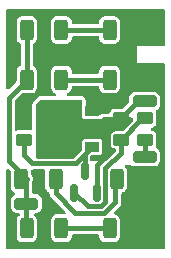
<source format=gbr>
G04 #@! TF.GenerationSoftware,KiCad,Pcbnew,(6.0.5)*
G04 #@! TF.CreationDate,2022-07-12T22:45:23+02:00*
G04 #@! TF.ProjectId,resistor_network,72657369-7374-46f7-925f-6e6574776f72,rev?*
G04 #@! TF.SameCoordinates,Original*
G04 #@! TF.FileFunction,Copper,L1,Top*
G04 #@! TF.FilePolarity,Positive*
%FSLAX46Y46*%
G04 Gerber Fmt 4.6, Leading zero omitted, Abs format (unit mm)*
G04 Created by KiCad (PCBNEW (6.0.5)) date 2022-07-12 22:45:23*
%MOMM*%
%LPD*%
G01*
G04 APERTURE LIST*
G04 Aperture macros list*
%AMRoundRect*
0 Rectangle with rounded corners*
0 $1 Rounding radius*
0 $2 $3 $4 $5 $6 $7 $8 $9 X,Y pos of 4 corners*
0 Add a 4 corners polygon primitive as box body*
4,1,4,$2,$3,$4,$5,$6,$7,$8,$9,$2,$3,0*
0 Add four circle primitives for the rounded corners*
1,1,$1+$1,$2,$3*
1,1,$1+$1,$4,$5*
1,1,$1+$1,$6,$7*
1,1,$1+$1,$8,$9*
0 Add four rect primitives between the rounded corners*
20,1,$1+$1,$2,$3,$4,$5,0*
20,1,$1+$1,$4,$5,$6,$7,0*
20,1,$1+$1,$6,$7,$8,$9,0*
20,1,$1+$1,$8,$9,$2,$3,0*%
%AMFreePoly0*
4,1,9,3.862500,-0.866500,0.737500,-0.866500,0.737500,-0.450000,-0.737500,-0.450000,-0.737500,0.450000,0.737500,0.450000,0.737500,0.866500,3.862500,0.866500,3.862500,-0.866500,3.862500,-0.866500,$1*%
G04 Aperture macros list end*
G04 #@! TA.AperFunction,SMDPad,CuDef*
%ADD10RoundRect,0.250000X-0.312500X-0.625000X0.312500X-0.625000X0.312500X0.625000X-0.312500X0.625000X0*%
G04 #@! TD*
G04 #@! TA.AperFunction,SMDPad,CuDef*
%ADD11RoundRect,0.250000X0.450000X-0.262500X0.450000X0.262500X-0.450000X0.262500X-0.450000X-0.262500X0*%
G04 #@! TD*
G04 #@! TA.AperFunction,SMDPad,CuDef*
%ADD12RoundRect,0.250000X0.750000X-0.250000X0.750000X0.250000X-0.750000X0.250000X-0.750000X-0.250000X0*%
G04 #@! TD*
G04 #@! TA.AperFunction,SMDPad,CuDef*
%ADD13RoundRect,0.150000X0.150000X-0.587500X0.150000X0.587500X-0.150000X0.587500X-0.150000X-0.587500X0*%
G04 #@! TD*
G04 #@! TA.AperFunction,SMDPad,CuDef*
%ADD14RoundRect,0.250000X-0.450000X0.262500X-0.450000X-0.262500X0.450000X-0.262500X0.450000X0.262500X0*%
G04 #@! TD*
G04 #@! TA.AperFunction,SMDPad,CuDef*
%ADD15R,1.300000X0.900000*%
G04 #@! TD*
G04 #@! TA.AperFunction,SMDPad,CuDef*
%ADD16FreePoly0,180.000000*%
G04 #@! TD*
G04 #@! TA.AperFunction,Conductor*
%ADD17C,0.400000*%
G04 #@! TD*
G04 APERTURE END LIST*
D10*
G04 #@! TO.P,R5,1*
G04 #@! TO.N,Net-(J3-Pad1)*
X137037500Y-91300000D03*
G04 #@! TO.P,R5,2*
G04 #@! TO.N,Net-(R5-Pad2)*
X139962500Y-91300000D03*
G04 #@! TD*
G04 #@! TO.P,R2,1*
G04 #@! TO.N,Net-(J3-Pad1)*
X137037500Y-87100000D03*
G04 #@! TO.P,R2,2*
G04 #@! TO.N,Net-(R2-Pad2)*
X139962500Y-87100000D03*
G04 #@! TD*
D11*
G04 #@! TO.P,R1,1*
G04 #@! TO.N,Net-(J1-Pad1)*
X147000000Y-96412500D03*
G04 #@! TO.P,R1,2*
G04 #@! TO.N,Net-(Q1-Pad1)*
X147000000Y-94587500D03*
G04 #@! TD*
D10*
G04 #@! TO.P,R10,1*
G04 #@! TO.N,Net-(R10-Pad1)*
X144037500Y-103900000D03*
G04 #@! TO.P,R10,2*
G04 #@! TO.N,Net-(Q2-Pad3)*
X146962500Y-103900000D03*
G04 #@! TD*
G04 #@! TO.P,R6,1*
G04 #@! TO.N,Net-(R5-Pad2)*
X144037500Y-91300000D03*
G04 #@! TO.P,R6,2*
G04 #@! TO.N,Net-(Q2-Pad3)*
X146962500Y-91300000D03*
G04 #@! TD*
G04 #@! TO.P,R9,1*
G04 #@! TO.N,Net-(J3-Pad1)*
X137037500Y-103900000D03*
G04 #@! TO.P,R9,2*
G04 #@! TO.N,Net-(R10-Pad1)*
X139962500Y-103900000D03*
G04 #@! TD*
D12*
G04 #@! TO.P,J3,1,Pin_1*
G04 #@! TO.N,Net-(J3-Pad1)*
X137000000Y-101800000D03*
G04 #@! TD*
G04 #@! TO.P,J2,1,Pin_1*
G04 #@! TO.N,Net-(J2-Pad1)*
X147000000Y-93150000D03*
G04 #@! TD*
D13*
G04 #@! TO.P,Q1,1,B*
G04 #@! TO.N,Net-(Q1-Pad1)*
X141050000Y-100887500D03*
G04 #@! TO.P,Q1,2,E*
G04 #@! TO.N,Net-(J2-Pad1)*
X142950000Y-100887500D03*
G04 #@! TO.P,Q1,3,C*
G04 #@! TO.N,Net-(Q1-Pad3)*
X142000000Y-99012500D03*
G04 #@! TD*
D10*
G04 #@! TO.P,R8,1*
G04 #@! TO.N,Net-(R7-Pad2)*
X144637500Y-99700000D03*
G04 #@! TO.P,R8,2*
G04 #@! TO.N,Net-(Q2-Pad3)*
X147562500Y-99700000D03*
G04 #@! TD*
G04 #@! TO.P,R7,1*
G04 #@! TO.N,Net-(J3-Pad1)*
X136537500Y-99700000D03*
G04 #@! TO.P,R7,2*
G04 #@! TO.N,Net-(R7-Pad2)*
X139462500Y-99700000D03*
G04 #@! TD*
G04 #@! TO.P,R3,1*
G04 #@! TO.N,Net-(R2-Pad2)*
X144037500Y-87100000D03*
G04 #@! TO.P,R3,2*
G04 #@! TO.N,Net-(Q2-Pad3)*
X146962500Y-87100000D03*
G04 #@! TD*
D14*
G04 #@! TO.P,R4,1*
G04 #@! TO.N,Net-(Q2-Pad3)*
X136800000Y-94587500D03*
G04 #@! TO.P,R4,2*
G04 #@! TO.N,Net-(Q1-Pad3)*
X136800000Y-96412500D03*
G04 #@! TD*
D15*
G04 #@! TO.P,Q2,1,B*
G04 #@! TO.N,Net-(Q1-Pad3)*
X142587500Y-97000000D03*
D16*
G04 #@! TO.P,Q2,2,C*
G04 #@! TO.N,Net-(J2-Pad1)*
X142500000Y-95500000D03*
D15*
G04 #@! TO.P,Q2,3,E*
G04 #@! TO.N,Net-(Q2-Pad3)*
X142587500Y-94000000D03*
G04 #@! TD*
D11*
G04 #@! TO.P,TH1,1*
G04 #@! TO.N,Net-(Q1-Pad1)*
X145000000Y-96412500D03*
G04 #@! TO.P,TH1,2*
G04 #@! TO.N,Net-(J2-Pad1)*
X145000000Y-94587500D03*
G04 #@! TD*
D12*
G04 #@! TO.P,J1,1,Pin_1*
G04 #@! TO.N,Net-(J1-Pad1)*
X147000000Y-97850000D03*
G04 #@! TD*
D17*
G04 #@! TO.N,Net-(J1-Pad1)*
X147000000Y-96412500D02*
X147000000Y-97850000D01*
G04 #@! TO.N,Net-(J2-Pad1)*
X146437500Y-93150000D02*
X147000000Y-93150000D01*
X142950000Y-98536522D02*
X143900480Y-97586042D01*
X144087500Y-95500000D02*
X145000000Y-94587500D01*
X145000000Y-94587500D02*
X146437500Y-93150000D01*
X143900480Y-97586042D02*
X143900480Y-95687020D01*
X142950000Y-100937500D02*
X142950000Y-98536522D01*
X142500000Y-95500000D02*
X144087500Y-95500000D01*
X143900480Y-95687020D02*
X145000000Y-94587500D01*
G04 #@! TO.N,Net-(Q1-Pad1)*
X142187020Y-102024520D02*
X141050000Y-100887500D01*
X147000000Y-94587500D02*
X146825000Y-94587500D01*
X145000000Y-96412500D02*
X145000000Y-97481441D01*
X145000000Y-97481441D02*
X143649520Y-98831921D01*
X143649520Y-101702618D02*
X143327618Y-102024520D01*
X143649520Y-98831921D02*
X143649520Y-101702618D01*
X146825000Y-94587500D02*
X145000000Y-96412500D01*
X143327618Y-102024520D02*
X142187020Y-102024520D01*
G04 #@! TO.N,Net-(Q1-Pad3)*
X136800000Y-97700000D02*
X136800000Y-96412500D01*
X142000000Y-97587500D02*
X142587500Y-97000000D01*
X137500000Y-98400000D02*
X136800000Y-97700000D01*
X142000000Y-99062500D02*
X142000000Y-97587500D01*
X141187500Y-98400000D02*
X137500000Y-98400000D01*
X142587500Y-97000000D02*
X141187500Y-98400000D01*
G04 #@! TO.N,Net-(J3-Pad1)*
X137037500Y-87100000D02*
X137037500Y-91300000D01*
X135500000Y-98162500D02*
X137037500Y-99700000D01*
X137037500Y-91300000D02*
X135500000Y-92837500D01*
X135500000Y-92837500D02*
X135500000Y-98162500D01*
X137000000Y-101800000D02*
X137000000Y-103862500D01*
X137037500Y-99700000D02*
X137000000Y-99737500D01*
X137000000Y-103862500D02*
X137037500Y-103900000D01*
X137000000Y-99737500D02*
X137000000Y-101800000D01*
G04 #@! TO.N,Net-(R10-Pad1)*
X139962500Y-103900000D02*
X144037500Y-103900000D01*
G04 #@! TO.N,Net-(R2-Pad2)*
X139962500Y-87100000D02*
X144037500Y-87100000D01*
G04 #@! TO.N,Net-(R5-Pad2)*
X139962500Y-91300000D02*
X144037500Y-91300000D01*
G04 #@! TO.N,Net-(R7-Pad2)*
X144537500Y-101662488D02*
X144537500Y-99700000D01*
X143575948Y-102624040D02*
X144537500Y-101662488D01*
X139462500Y-99700000D02*
X139462500Y-100938034D01*
X139462500Y-100938034D02*
X141148506Y-102624040D01*
X141148506Y-102624040D02*
X143575948Y-102624040D01*
G04 #@! TD*
G04 #@! TA.AperFunction,Conductor*
G04 #@! TO.N,Net-(J2-Pad1)*
G36*
X141642121Y-93020002D02*
G01*
X141688614Y-93073658D01*
X141700000Y-93126000D01*
X141700000Y-94500000D01*
X141707794Y-94500000D01*
X141729495Y-94518804D01*
X141745123Y-94527337D01*
X141760795Y-94546433D01*
X141786055Y-94584237D01*
X141786057Y-94584239D01*
X141792948Y-94594552D01*
X141859269Y-94638867D01*
X141871438Y-94641288D01*
X141871439Y-94641288D01*
X141911684Y-94649293D01*
X141917752Y-94650500D01*
X143257248Y-94650500D01*
X143263316Y-94649293D01*
X143303561Y-94641288D01*
X143303562Y-94641288D01*
X143315731Y-94638867D01*
X143382052Y-94594552D01*
X143407814Y-94555997D01*
X143462292Y-94510470D01*
X143512579Y-94500000D01*
X145874000Y-94500000D01*
X145942121Y-94520002D01*
X145988614Y-94573658D01*
X146000000Y-94626000D01*
X146000000Y-94793917D01*
X145979998Y-94862038D01*
X145963095Y-94883012D01*
X145183512Y-95662595D01*
X145121200Y-95696621D01*
X145094417Y-95699500D01*
X144496166Y-95699500D01*
X144478248Y-95701194D01*
X144472278Y-95701758D01*
X144472277Y-95701758D01*
X144464631Y-95702481D01*
X144336816Y-95747366D01*
X144329246Y-95752958D01*
X144329243Y-95752959D01*
X144244794Y-95815335D01*
X144227850Y-95827850D01*
X144222258Y-95835421D01*
X144152959Y-95929243D01*
X144152958Y-95929246D01*
X144147366Y-95936816D01*
X144102481Y-96064631D01*
X144099500Y-96096166D01*
X144099500Y-96728834D01*
X144102481Y-96760369D01*
X144147366Y-96888184D01*
X144152958Y-96895754D01*
X144152959Y-96895757D01*
X144195666Y-96953577D01*
X144227850Y-96997150D01*
X144235421Y-97002742D01*
X144329243Y-97072041D01*
X144329246Y-97072042D01*
X144336816Y-97077634D01*
X144464631Y-97122519D01*
X144472277Y-97123242D01*
X144472278Y-97123242D01*
X144478768Y-97123855D01*
X144485356Y-97124478D01*
X144551292Y-97150801D01*
X144592530Y-97208594D01*
X144599500Y-97249919D01*
X144599500Y-97263358D01*
X144579498Y-97331479D01*
X144562595Y-97352454D01*
X143751952Y-98163096D01*
X143689640Y-98197121D01*
X143662857Y-98200000D01*
X142526500Y-98200000D01*
X142458379Y-98179998D01*
X142411886Y-98126342D01*
X142400500Y-98074000D01*
X142400500Y-97805583D01*
X142420502Y-97737462D01*
X142437405Y-97716488D01*
X142466488Y-97687405D01*
X142528800Y-97653379D01*
X142555583Y-97650500D01*
X143257248Y-97650500D01*
X143263316Y-97649293D01*
X143303561Y-97641288D01*
X143303562Y-97641288D01*
X143315731Y-97638867D01*
X143382052Y-97594552D01*
X143426367Y-97528231D01*
X143438000Y-97469748D01*
X143438000Y-96530252D01*
X143426367Y-96471769D01*
X143382052Y-96405448D01*
X143315731Y-96361133D01*
X143303562Y-96358712D01*
X143303561Y-96358712D01*
X143263316Y-96350707D01*
X143257248Y-96349500D01*
X141917752Y-96349500D01*
X141911684Y-96350707D01*
X141871439Y-96358712D01*
X141871438Y-96358712D01*
X141859269Y-96361133D01*
X141792948Y-96405448D01*
X141748633Y-96471769D01*
X141737000Y-96530252D01*
X141737000Y-97231917D01*
X141716998Y-97300038D01*
X141700095Y-97321012D01*
X141058512Y-97962595D01*
X140996200Y-97996621D01*
X140969417Y-97999500D01*
X137926000Y-97999500D01*
X137857879Y-97979498D01*
X137811386Y-97925842D01*
X137800000Y-97873500D01*
X137800000Y-93452190D01*
X137820002Y-93384069D01*
X137836905Y-93363095D01*
X138163095Y-93036905D01*
X138225407Y-93002879D01*
X138252190Y-93000000D01*
X141574000Y-93000000D01*
X141642121Y-93020002D01*
G37*
G04 #@! TD.AperFunction*
G04 #@! TD*
G04 #@! TA.AperFunction,Conductor*
G04 #@! TO.N,Net-(Q2-Pad3)*
G36*
X148633621Y-85328502D02*
G01*
X148680114Y-85382158D01*
X148691500Y-85434500D01*
X148691500Y-88374000D01*
X148671498Y-88442121D01*
X148617842Y-88488614D01*
X148565500Y-88500000D01*
X146400000Y-88500000D01*
X146400000Y-89900000D01*
X148565500Y-89900000D01*
X148633621Y-89920002D01*
X148680114Y-89973658D01*
X148691500Y-90026000D01*
X148691500Y-105565500D01*
X148671498Y-105633621D01*
X148617842Y-105680114D01*
X148565500Y-105691500D01*
X135434500Y-105691500D01*
X135366379Y-105671498D01*
X135319886Y-105617842D01*
X135308500Y-105565500D01*
X135308500Y-98994317D01*
X135328502Y-98926196D01*
X135382158Y-98879703D01*
X135452432Y-98869599D01*
X135517012Y-98899093D01*
X135523595Y-98905222D01*
X135629595Y-99011222D01*
X135663621Y-99073534D01*
X135666500Y-99100317D01*
X135666500Y-100368392D01*
X135677522Y-100459473D01*
X135733852Y-100601747D01*
X135826368Y-100723632D01*
X135948253Y-100816148D01*
X135956232Y-100819307D01*
X135956239Y-100819311D01*
X135971692Y-100825429D01*
X136027665Y-100869103D01*
X136051141Y-100936107D01*
X136034665Y-101005165D01*
X135987161Y-101052353D01*
X135981238Y-101055691D01*
X135973253Y-101058852D01*
X135851368Y-101151368D01*
X135758852Y-101273253D01*
X135702522Y-101415527D01*
X135691500Y-101506608D01*
X135691500Y-102093392D01*
X135702522Y-102184473D01*
X135758852Y-102326747D01*
X135851368Y-102448632D01*
X135973253Y-102541148D01*
X136115527Y-102597478D01*
X136123565Y-102598451D01*
X136123566Y-102598451D01*
X136148338Y-102601449D01*
X136206608Y-102608500D01*
X136304869Y-102608500D01*
X136372990Y-102628502D01*
X136419483Y-102682158D01*
X136429587Y-102752432D01*
X136400093Y-102817012D01*
X136381048Y-102834863D01*
X136333206Y-102871177D01*
X136333203Y-102871180D01*
X136326368Y-102876368D01*
X136233852Y-102998253D01*
X136177522Y-103140527D01*
X136166500Y-103231608D01*
X136166500Y-104568392D01*
X136177522Y-104659473D01*
X136233852Y-104801747D01*
X136326368Y-104923632D01*
X136448253Y-105016148D01*
X136590527Y-105072478D01*
X136598565Y-105073451D01*
X136598566Y-105073451D01*
X136623338Y-105076449D01*
X136681608Y-105083500D01*
X137393392Y-105083500D01*
X137451662Y-105076449D01*
X137476434Y-105073451D01*
X137476435Y-105073451D01*
X137484473Y-105072478D01*
X137626747Y-105016148D01*
X137748632Y-104923632D01*
X137841148Y-104801747D01*
X137897478Y-104659473D01*
X137908500Y-104568392D01*
X137908500Y-103231608D01*
X137897478Y-103140527D01*
X137841148Y-102998253D01*
X137748632Y-102876368D01*
X137741797Y-102871180D01*
X137741794Y-102871177D01*
X137693952Y-102834863D01*
X137651785Y-102777745D01*
X137647192Y-102706897D01*
X137681631Y-102644813D01*
X137744169Y-102611204D01*
X137770131Y-102608500D01*
X137793392Y-102608500D01*
X137851662Y-102601449D01*
X137876434Y-102598451D01*
X137876435Y-102598451D01*
X137884473Y-102597478D01*
X138026747Y-102541148D01*
X138148632Y-102448632D01*
X138241148Y-102326747D01*
X138297478Y-102184473D01*
X138308500Y-102093392D01*
X138308500Y-101506608D01*
X138297478Y-101415527D01*
X138241148Y-101273253D01*
X138148632Y-101151368D01*
X138026747Y-101058852D01*
X137884473Y-101002522D01*
X137876435Y-101001549D01*
X137876434Y-101001549D01*
X137851662Y-100998551D01*
X137793392Y-100991500D01*
X137634500Y-100991500D01*
X137566379Y-100971498D01*
X137519886Y-100917842D01*
X137508500Y-100865500D01*
X137508500Y-99926316D01*
X137515949Y-99885927D01*
X137517427Y-99883266D01*
X137523952Y-99854431D01*
X137528862Y-99838012D01*
X137539245Y-99810316D01*
X137541148Y-99784710D01*
X137543908Y-99766242D01*
X137547593Y-99749957D01*
X137547593Y-99749954D01*
X137549574Y-99741200D01*
X137547743Y-99711689D01*
X137547848Y-99694551D01*
X137549374Y-99674013D01*
X137549374Y-99674010D01*
X137550039Y-99665059D01*
X137544677Y-99639939D01*
X137542145Y-99621450D01*
X137541111Y-99604784D01*
X137540555Y-99595822D01*
X137530513Y-99568007D01*
X137525809Y-99551547D01*
X137519632Y-99522610D01*
X137507433Y-99500001D01*
X137499813Y-99482967D01*
X137491095Y-99458819D01*
X137473652Y-99434943D01*
X137464510Y-99420454D01*
X137450464Y-99394422D01*
X137444154Y-99388034D01*
X137438816Y-99380820D01*
X137440087Y-99379879D01*
X137411218Y-99326230D01*
X137408500Y-99300201D01*
X137408500Y-99037586D01*
X137428502Y-98969465D01*
X137482158Y-98922972D01*
X137525931Y-98911878D01*
X137525991Y-98911874D01*
X137534941Y-98912539D01*
X137543715Y-98910666D01*
X137551976Y-98910103D01*
X137567162Y-98908500D01*
X138465500Y-98908500D01*
X138533621Y-98928502D01*
X138580114Y-98982158D01*
X138591500Y-99034500D01*
X138591500Y-100368392D01*
X138602522Y-100459473D01*
X138658852Y-100601747D01*
X138751368Y-100723632D01*
X138758203Y-100728820D01*
X138827874Y-100781703D01*
X138873253Y-100816148D01*
X138881241Y-100819311D01*
X138888284Y-100823279D01*
X138937813Y-100874146D01*
X138952189Y-100925251D01*
X138953758Y-100950542D01*
X138954000Y-100958344D01*
X138954000Y-100974547D01*
X138954636Y-100978987D01*
X138955484Y-100984912D01*
X138956513Y-100994962D01*
X138959445Y-101042211D01*
X138962494Y-101050657D01*
X138963093Y-101053548D01*
X138967322Y-101070514D01*
X138968148Y-101073339D01*
X138969420Y-101082221D01*
X138989022Y-101125332D01*
X138992827Y-101134681D01*
X139008904Y-101179215D01*
X139014199Y-101186463D01*
X139015580Y-101189061D01*
X139024415Y-101204179D01*
X139025994Y-101206648D01*
X139029708Y-101214816D01*
X139035564Y-101221612D01*
X139060615Y-101250686D01*
X139066901Y-101258603D01*
X139072048Y-101265649D01*
X139072053Y-101265654D01*
X139074925Y-101269586D01*
X139085900Y-101280561D01*
X139092258Y-101287408D01*
X139124787Y-101325161D01*
X139132322Y-101330045D01*
X139138566Y-101335492D01*
X139150431Y-101345092D01*
X140306743Y-102501405D01*
X140340769Y-102563717D01*
X140335704Y-102634533D01*
X140293157Y-102691368D01*
X140226637Y-102716179D01*
X140217648Y-102716500D01*
X139606608Y-102716500D01*
X139548338Y-102723551D01*
X139523566Y-102726549D01*
X139523565Y-102726549D01*
X139515527Y-102727522D01*
X139373253Y-102783852D01*
X139251368Y-102876368D01*
X139158852Y-102998253D01*
X139102522Y-103140527D01*
X139091500Y-103231608D01*
X139091500Y-104568392D01*
X139102522Y-104659473D01*
X139158852Y-104801747D01*
X139251368Y-104923632D01*
X139373253Y-105016148D01*
X139515527Y-105072478D01*
X139523565Y-105073451D01*
X139523566Y-105073451D01*
X139548338Y-105076449D01*
X139606608Y-105083500D01*
X140318392Y-105083500D01*
X140376662Y-105076449D01*
X140401434Y-105073451D01*
X140401435Y-105073451D01*
X140409473Y-105072478D01*
X140551747Y-105016148D01*
X140673632Y-104923632D01*
X140766148Y-104801747D01*
X140822478Y-104659473D01*
X140833500Y-104568392D01*
X140833500Y-104534500D01*
X140853502Y-104466379D01*
X140907158Y-104419886D01*
X140959500Y-104408500D01*
X143040500Y-104408500D01*
X143108621Y-104428502D01*
X143155114Y-104482158D01*
X143166500Y-104534500D01*
X143166500Y-104568392D01*
X143177522Y-104659473D01*
X143233852Y-104801747D01*
X143326368Y-104923632D01*
X143448253Y-105016148D01*
X143590527Y-105072478D01*
X143598565Y-105073451D01*
X143598566Y-105073451D01*
X143623338Y-105076449D01*
X143681608Y-105083500D01*
X144393392Y-105083500D01*
X144451662Y-105076449D01*
X144476434Y-105073451D01*
X144476435Y-105073451D01*
X144484473Y-105072478D01*
X144626747Y-105016148D01*
X144748632Y-104923632D01*
X144841148Y-104801747D01*
X144897478Y-104659473D01*
X144908500Y-104568392D01*
X144908500Y-103231608D01*
X144897478Y-103140527D01*
X144841148Y-102998253D01*
X144748632Y-102876368D01*
X144626747Y-102783852D01*
X144484473Y-102727522D01*
X144476434Y-102726549D01*
X144468597Y-102724559D01*
X144469182Y-102722256D01*
X144415012Y-102698963D01*
X144375307Y-102640107D01*
X144373725Y-102569128D01*
X144406287Y-102512828D01*
X144846804Y-102072311D01*
X144856344Y-102064688D01*
X144856030Y-102064320D01*
X144862866Y-102058502D01*
X144870458Y-102053712D01*
X144906093Y-102013363D01*
X144911439Y-102007676D01*
X144922882Y-101996233D01*
X144929159Y-101987858D01*
X144935533Y-101980029D01*
X144966878Y-101944537D01*
X144970692Y-101936414D01*
X144972326Y-101933926D01*
X144981314Y-101918965D01*
X144982729Y-101916380D01*
X144988116Y-101909193D01*
X145004741Y-101864845D01*
X145008668Y-101855528D01*
X145024966Y-101820814D01*
X145028781Y-101812688D01*
X145030162Y-101803819D01*
X145031028Y-101800986D01*
X145035458Y-101784099D01*
X145036092Y-101781214D01*
X145039245Y-101772804D01*
X145042754Y-101725582D01*
X145043908Y-101715536D01*
X145045251Y-101706913D01*
X145045251Y-101706910D01*
X145046000Y-101702102D01*
X145046000Y-101686582D01*
X145046346Y-101677245D01*
X145049374Y-101636495D01*
X145050039Y-101627547D01*
X145048165Y-101618768D01*
X145047602Y-101610510D01*
X145046000Y-101595327D01*
X145046000Y-100973340D01*
X145066002Y-100905219D01*
X145125617Y-100856188D01*
X145218763Y-100819309D01*
X145226747Y-100816148D01*
X145348632Y-100723632D01*
X145441148Y-100601747D01*
X145497478Y-100459473D01*
X145508500Y-100368392D01*
X145508500Y-99031608D01*
X145497478Y-98940527D01*
X145441148Y-98798253D01*
X145435958Y-98791415D01*
X145435956Y-98791412D01*
X145378472Y-98715679D01*
X145353219Y-98649326D01*
X145367848Y-98579853D01*
X145417714Y-98529317D01*
X145478835Y-98513500D01*
X145673500Y-98513500D01*
X145676846Y-98513140D01*
X145676851Y-98513140D01*
X145736774Y-98506698D01*
X145736780Y-98506697D01*
X145740138Y-98506336D01*
X145765583Y-98500801D01*
X145777757Y-98498153D01*
X145848572Y-98503219D01*
X145880718Y-98520911D01*
X145966412Y-98585956D01*
X145966415Y-98585958D01*
X145973253Y-98591148D01*
X146115527Y-98647478D01*
X146123565Y-98648451D01*
X146123566Y-98648451D01*
X146148338Y-98651449D01*
X146206608Y-98658500D01*
X147793392Y-98658500D01*
X147851662Y-98651449D01*
X147876434Y-98648451D01*
X147876435Y-98648451D01*
X147884473Y-98647478D01*
X148026747Y-98591148D01*
X148148632Y-98498632D01*
X148241148Y-98376747D01*
X148297478Y-98234473D01*
X148308500Y-98143392D01*
X148308500Y-97556608D01*
X148297478Y-97465527D01*
X148241148Y-97323253D01*
X148148632Y-97201368D01*
X148026747Y-97108852D01*
X148018769Y-97105693D01*
X148018763Y-97105690D01*
X148016125Y-97104646D01*
X148014087Y-97103056D01*
X148011278Y-97101473D01*
X148011516Y-97101050D01*
X147960152Y-97060970D01*
X147936677Y-96993967D01*
X147945359Y-96941111D01*
X147994498Y-96816999D01*
X147997478Y-96809473D01*
X148008500Y-96718392D01*
X148008500Y-96106608D01*
X147997478Y-96015527D01*
X147941148Y-95873253D01*
X147848632Y-95751368D01*
X147726747Y-95658852D01*
X147686500Y-95642917D01*
X147621425Y-95617152D01*
X147565451Y-95573478D01*
X147541974Y-95506475D01*
X147558450Y-95437416D01*
X147609645Y-95388228D01*
X147621425Y-95382848D01*
X147718763Y-95344309D01*
X147726747Y-95341148D01*
X147848632Y-95248632D01*
X147941148Y-95126747D01*
X147997478Y-94984473D01*
X148008500Y-94893392D01*
X148008500Y-94281608D01*
X147997478Y-94190527D01*
X147945359Y-94058889D01*
X147938880Y-93988188D01*
X147971652Y-93925208D01*
X148011311Y-93898586D01*
X148011278Y-93898527D01*
X148012027Y-93898105D01*
X148016125Y-93895354D01*
X148018763Y-93894310D01*
X148018769Y-93894307D01*
X148026747Y-93891148D01*
X148148632Y-93798632D01*
X148241148Y-93676747D01*
X148297478Y-93534473D01*
X148308500Y-93443392D01*
X148308500Y-92856608D01*
X148301449Y-92798338D01*
X148298451Y-92773566D01*
X148298451Y-92773565D01*
X148297478Y-92765527D01*
X148241148Y-92623253D01*
X148148632Y-92501368D01*
X148026747Y-92408852D01*
X147884473Y-92352522D01*
X147876435Y-92351549D01*
X147876434Y-92351549D01*
X147851662Y-92348551D01*
X147793392Y-92341500D01*
X146206608Y-92341500D01*
X146148338Y-92348551D01*
X146123566Y-92351549D01*
X146123565Y-92351549D01*
X146115527Y-92352522D01*
X145973253Y-92408852D01*
X145851368Y-92501368D01*
X145758852Y-92623253D01*
X145702522Y-92765527D01*
X145701549Y-92773565D01*
X145701549Y-92773566D01*
X145698551Y-92798338D01*
X145691500Y-92856608D01*
X145691500Y-93124683D01*
X145671498Y-93192804D01*
X145654595Y-93213778D01*
X145138778Y-93729595D01*
X145076466Y-93763621D01*
X145049683Y-93766500D01*
X144506608Y-93766500D01*
X144448338Y-93773551D01*
X144423566Y-93776549D01*
X144423565Y-93776549D01*
X144415527Y-93777522D01*
X144273253Y-93833852D01*
X144151368Y-93926368D01*
X144058852Y-94048253D01*
X144055692Y-94056235D01*
X144035638Y-94106884D01*
X143991963Y-94162858D01*
X143918486Y-94186500D01*
X143512579Y-94186500D01*
X143462044Y-94191705D01*
X143451890Y-94192751D01*
X143451889Y-94192751D01*
X143448677Y-94193082D01*
X143445519Y-94193740D01*
X143445516Y-94193740D01*
X143400257Y-94203163D01*
X143400248Y-94203165D01*
X143398390Y-94203552D01*
X143396544Y-94204055D01*
X143396543Y-94204055D01*
X143369205Y-94211500D01*
X143369203Y-94211501D01*
X143361734Y-94213535D01*
X143261259Y-94269912D01*
X143242730Y-94285397D01*
X143216062Y-94307683D01*
X143150965Y-94336018D01*
X143135264Y-94337000D01*
X142139500Y-94337000D01*
X142071379Y-94316998D01*
X142024886Y-94263342D01*
X142013500Y-94211000D01*
X142013500Y-93126000D01*
X142006336Y-93059362D01*
X141994950Y-93007020D01*
X141983705Y-92967811D01*
X141979727Y-92961009D01*
X141928479Y-92873381D01*
X141928476Y-92873377D01*
X141925542Y-92868360D01*
X141912097Y-92852843D01*
X141881131Y-92817107D01*
X141879049Y-92814704D01*
X141833141Y-92771419D01*
X141730444Y-92719201D01*
X141724858Y-92717561D01*
X141724856Y-92717560D01*
X141702693Y-92711053D01*
X141662323Y-92699199D01*
X141657867Y-92698558D01*
X141657861Y-92698557D01*
X141606515Y-92691175D01*
X141574000Y-92686500D01*
X140529431Y-92686500D01*
X140461310Y-92666498D01*
X140414817Y-92612842D01*
X140404713Y-92542568D01*
X140434207Y-92477988D01*
X140483048Y-92443348D01*
X140543763Y-92419309D01*
X140551747Y-92416148D01*
X140673632Y-92323632D01*
X140766148Y-92201747D01*
X140822478Y-92059473D01*
X140833500Y-91968392D01*
X140833500Y-91934500D01*
X140853502Y-91866379D01*
X140907158Y-91819886D01*
X140959500Y-91808500D01*
X143040500Y-91808500D01*
X143108621Y-91828502D01*
X143155114Y-91882158D01*
X143166500Y-91934500D01*
X143166500Y-91968392D01*
X143177522Y-92059473D01*
X143233852Y-92201747D01*
X143326368Y-92323632D01*
X143448253Y-92416148D01*
X143590527Y-92472478D01*
X143598565Y-92473451D01*
X143598566Y-92473451D01*
X143623338Y-92476449D01*
X143681608Y-92483500D01*
X144393392Y-92483500D01*
X144451662Y-92476449D01*
X144476434Y-92473451D01*
X144476435Y-92473451D01*
X144484473Y-92472478D01*
X144626747Y-92416148D01*
X144748632Y-92323632D01*
X144841148Y-92201747D01*
X144897478Y-92059473D01*
X144908500Y-91968392D01*
X144908500Y-90631608D01*
X144897478Y-90540527D01*
X144841148Y-90398253D01*
X144748632Y-90276368D01*
X144626747Y-90183852D01*
X144484473Y-90127522D01*
X144476435Y-90126549D01*
X144476434Y-90126549D01*
X144451662Y-90123551D01*
X144393392Y-90116500D01*
X143681608Y-90116500D01*
X143623338Y-90123551D01*
X143598566Y-90126549D01*
X143598565Y-90126549D01*
X143590527Y-90127522D01*
X143448253Y-90183852D01*
X143326368Y-90276368D01*
X143233852Y-90398253D01*
X143177522Y-90540527D01*
X143166500Y-90631608D01*
X143166500Y-90665500D01*
X143146498Y-90733621D01*
X143092842Y-90780114D01*
X143040500Y-90791500D01*
X140959500Y-90791500D01*
X140891379Y-90771498D01*
X140844886Y-90717842D01*
X140833500Y-90665500D01*
X140833500Y-90631608D01*
X140822478Y-90540527D01*
X140766148Y-90398253D01*
X140673632Y-90276368D01*
X140551747Y-90183852D01*
X140409473Y-90127522D01*
X140401435Y-90126549D01*
X140401434Y-90126549D01*
X140376662Y-90123551D01*
X140318392Y-90116500D01*
X139606608Y-90116500D01*
X139548338Y-90123551D01*
X139523566Y-90126549D01*
X139523565Y-90126549D01*
X139515527Y-90127522D01*
X139373253Y-90183852D01*
X139251368Y-90276368D01*
X139158852Y-90398253D01*
X139102522Y-90540527D01*
X139091500Y-90631608D01*
X139091500Y-91968392D01*
X139102522Y-92059473D01*
X139158852Y-92201747D01*
X139251368Y-92323632D01*
X139373253Y-92416148D01*
X139381237Y-92419309D01*
X139441952Y-92443348D01*
X139497926Y-92487022D01*
X139521403Y-92554025D01*
X139504928Y-92623084D01*
X139453732Y-92672272D01*
X139395569Y-92686500D01*
X138252190Y-92686500D01*
X138218684Y-92688296D01*
X138217013Y-92688476D01*
X138216996Y-92688477D01*
X138203042Y-92689977D01*
X138191901Y-92691175D01*
X138075159Y-92727729D01*
X138069727Y-92730695D01*
X138069725Y-92730696D01*
X138047348Y-92742916D01*
X138012847Y-92761755D01*
X137941417Y-92815227D01*
X137615227Y-93141417D01*
X137592807Y-93166376D01*
X137575904Y-93187350D01*
X137519201Y-93295746D01*
X137499199Y-93363867D01*
X137486500Y-93452190D01*
X137486500Y-95472702D01*
X137466498Y-95540823D01*
X137412842Y-95587316D01*
X137345363Y-95597789D01*
X137326155Y-95595465D01*
X137293392Y-95591500D01*
X136306608Y-95591500D01*
X136248338Y-95598551D01*
X136223566Y-95601549D01*
X136223565Y-95601549D01*
X136215527Y-95602522D01*
X136207997Y-95605503D01*
X136207998Y-95605503D01*
X136180883Y-95616238D01*
X136110183Y-95622717D01*
X136047203Y-95589944D01*
X136011939Y-95528325D01*
X136008500Y-95499086D01*
X136008500Y-93100317D01*
X136028502Y-93032196D01*
X136045405Y-93011222D01*
X136541479Y-92515148D01*
X136603791Y-92481122D01*
X136645711Y-92479156D01*
X136681608Y-92483500D01*
X137393392Y-92483500D01*
X137451662Y-92476449D01*
X137476434Y-92473451D01*
X137476435Y-92473451D01*
X137484473Y-92472478D01*
X137626747Y-92416148D01*
X137748632Y-92323632D01*
X137841148Y-92201747D01*
X137897478Y-92059473D01*
X137908500Y-91968392D01*
X137908500Y-90631608D01*
X137897478Y-90540527D01*
X137841148Y-90398253D01*
X137748632Y-90276368D01*
X137626747Y-90183852D01*
X137618765Y-90180692D01*
X137611278Y-90176473D01*
X137612942Y-90173519D01*
X137569631Y-90139713D01*
X137546000Y-90066252D01*
X137546000Y-88333748D01*
X137566002Y-88265627D01*
X137613147Y-88226845D01*
X137611278Y-88223527D01*
X137618765Y-88219308D01*
X137626747Y-88216148D01*
X137748632Y-88123632D01*
X137841148Y-88001747D01*
X137897478Y-87859473D01*
X137908500Y-87768392D01*
X139091500Y-87768392D01*
X139102522Y-87859473D01*
X139158852Y-88001747D01*
X139251368Y-88123632D01*
X139373253Y-88216148D01*
X139515527Y-88272478D01*
X139523565Y-88273451D01*
X139523566Y-88273451D01*
X139548338Y-88276449D01*
X139606608Y-88283500D01*
X140318392Y-88283500D01*
X140376662Y-88276449D01*
X140401434Y-88273451D01*
X140401435Y-88273451D01*
X140409473Y-88272478D01*
X140551747Y-88216148D01*
X140673632Y-88123632D01*
X140766148Y-88001747D01*
X140822478Y-87859473D01*
X140833500Y-87768392D01*
X140833500Y-87734500D01*
X140853502Y-87666379D01*
X140907158Y-87619886D01*
X140959500Y-87608500D01*
X143040500Y-87608500D01*
X143108621Y-87628502D01*
X143155114Y-87682158D01*
X143166500Y-87734500D01*
X143166500Y-87768392D01*
X143177522Y-87859473D01*
X143233852Y-88001747D01*
X143326368Y-88123632D01*
X143448253Y-88216148D01*
X143590527Y-88272478D01*
X143598565Y-88273451D01*
X143598566Y-88273451D01*
X143623338Y-88276449D01*
X143681608Y-88283500D01*
X144393392Y-88283500D01*
X144451662Y-88276449D01*
X144476434Y-88273451D01*
X144476435Y-88273451D01*
X144484473Y-88272478D01*
X144626747Y-88216148D01*
X144748632Y-88123632D01*
X144841148Y-88001747D01*
X144897478Y-87859473D01*
X144908500Y-87768392D01*
X144908500Y-86431608D01*
X144897478Y-86340527D01*
X144841148Y-86198253D01*
X144748632Y-86076368D01*
X144626747Y-85983852D01*
X144484473Y-85927522D01*
X144476435Y-85926549D01*
X144476434Y-85926549D01*
X144451662Y-85923551D01*
X144393392Y-85916500D01*
X143681608Y-85916500D01*
X143623338Y-85923551D01*
X143598566Y-85926549D01*
X143598565Y-85926549D01*
X143590527Y-85927522D01*
X143448253Y-85983852D01*
X143326368Y-86076368D01*
X143233852Y-86198253D01*
X143177522Y-86340527D01*
X143166500Y-86431608D01*
X143166500Y-86465500D01*
X143146498Y-86533621D01*
X143092842Y-86580114D01*
X143040500Y-86591500D01*
X140959500Y-86591500D01*
X140891379Y-86571498D01*
X140844886Y-86517842D01*
X140833500Y-86465500D01*
X140833500Y-86431608D01*
X140822478Y-86340527D01*
X140766148Y-86198253D01*
X140673632Y-86076368D01*
X140551747Y-85983852D01*
X140409473Y-85927522D01*
X140401435Y-85926549D01*
X140401434Y-85926549D01*
X140376662Y-85923551D01*
X140318392Y-85916500D01*
X139606608Y-85916500D01*
X139548338Y-85923551D01*
X139523566Y-85926549D01*
X139523565Y-85926549D01*
X139515527Y-85927522D01*
X139373253Y-85983852D01*
X139251368Y-86076368D01*
X139158852Y-86198253D01*
X139102522Y-86340527D01*
X139091500Y-86431608D01*
X139091500Y-87768392D01*
X137908500Y-87768392D01*
X137908500Y-86431608D01*
X137897478Y-86340527D01*
X137841148Y-86198253D01*
X137748632Y-86076368D01*
X137626747Y-85983852D01*
X137484473Y-85927522D01*
X137476435Y-85926549D01*
X137476434Y-85926549D01*
X137451662Y-85923551D01*
X137393392Y-85916500D01*
X136681608Y-85916500D01*
X136623338Y-85923551D01*
X136598566Y-85926549D01*
X136598565Y-85926549D01*
X136590527Y-85927522D01*
X136448253Y-85983852D01*
X136326368Y-86076368D01*
X136233852Y-86198253D01*
X136177522Y-86340527D01*
X136166500Y-86431608D01*
X136166500Y-87768392D01*
X136177522Y-87859473D01*
X136233852Y-88001747D01*
X136326368Y-88123632D01*
X136448253Y-88216148D01*
X136456235Y-88219308D01*
X136463722Y-88223527D01*
X136462058Y-88226481D01*
X136505369Y-88260287D01*
X136529000Y-88333748D01*
X136529000Y-90066252D01*
X136508998Y-90134373D01*
X136461853Y-90173155D01*
X136463722Y-90176473D01*
X136456235Y-90180692D01*
X136448253Y-90183852D01*
X136326368Y-90276368D01*
X136233852Y-90398253D01*
X136177522Y-90540527D01*
X136166500Y-90631608D01*
X136166500Y-91399681D01*
X136146498Y-91467802D01*
X136129596Y-91488776D01*
X135751994Y-91866379D01*
X135523596Y-92094777D01*
X135461283Y-92128802D01*
X135390468Y-92123738D01*
X135333632Y-92081191D01*
X135308821Y-92014671D01*
X135308500Y-92005682D01*
X135308500Y-85434500D01*
X135328502Y-85366379D01*
X135382158Y-85319886D01*
X135434500Y-85308500D01*
X148565500Y-85308500D01*
X148633621Y-85328502D01*
G37*
G04 #@! TD.AperFunction*
G04 #@! TD*
M02*

</source>
